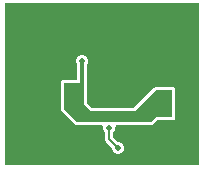
<source format=gbl>
G04*
G04 #@! TF.GenerationSoftware,Altium Limited,Altium Designer,25.5.2 (35)*
G04*
G04 Layer_Physical_Order=4*
G04 Layer_Color=13137664*
%FSLAX24Y24*%
%MOIN*%
G70*
G04*
G04 #@! TF.SameCoordinates,453EF845-7691-4830-909E-7B289A108B7F*
G04*
G04*
G04 #@! TF.FilePolarity,Positive*
G04*
G01*
G75*
%ADD12C,0.0079*%
%ADD27C,0.0118*%
%ADD28C,0.0240*%
%ADD29C,0.0197*%
G36*
X2889Y-2495D02*
X-3578D01*
Y2889D01*
X2889D01*
Y-2495D01*
D02*
G37*
%LPC*%
G36*
X-993Y1174D02*
X-1015D01*
X-1037Y1172D01*
X-1059Y1167D01*
X-1080Y1159D01*
X-1100Y1150D01*
X-1119Y1138D01*
X-1136Y1124D01*
X-1152Y1108D01*
X-1166Y1091D01*
X-1178Y1072D01*
X-1188Y1052D01*
X-1195Y1031D01*
X-1200Y1009D01*
X-1202Y987D01*
Y965D01*
X-1200Y942D01*
X-1195Y921D01*
X-1188Y900D01*
X-1178Y880D01*
X-1166Y861D01*
X-1163Y857D01*
Y337D01*
X-1614D01*
X-1630Y335D01*
X-1645Y332D01*
X-1660Y326D01*
X-1673Y317D01*
X-1685Y307D01*
X-1695Y295D01*
X-1704Y282D01*
X-1710Y267D01*
X-1713Y252D01*
X-1714Y236D01*
Y-630D01*
X-1713Y-646D01*
X-1710Y-661D01*
X-1704Y-675D01*
X-1695Y-689D01*
X-1685Y-701D01*
X-1252Y-1134D01*
X-1240Y-1144D01*
X-1227Y-1152D01*
X-1212Y-1158D01*
X-1197Y-1162D01*
X-1181Y-1163D01*
X-337D01*
X-317Y-1181D01*
X-293Y-1222D01*
X-294Y-1227D01*
X-297Y-1249D01*
Y-1271D01*
X-294Y-1293D01*
X-289Y-1315D01*
X-282Y-1336D01*
X-272Y-1356D01*
X-261Y-1375D01*
X-247Y-1392D01*
X-238Y-1401D01*
Y-1634D01*
X-237Y-1652D01*
X-233Y-1670D01*
X-227Y-1687D01*
X-219Y-1704D01*
X-209Y-1719D01*
X-197Y-1733D01*
X-2Y-1928D01*
Y-1940D01*
X1Y-1962D01*
X6Y-1984D01*
X13Y-2005D01*
X23Y-2025D01*
X35Y-2044D01*
X49Y-2062D01*
X64Y-2077D01*
X82Y-2091D01*
X101Y-2103D01*
X121Y-2113D01*
X142Y-2120D01*
X164Y-2125D01*
X186Y-2128D01*
X208D01*
X230Y-2125D01*
X252Y-2120D01*
X273Y-2113D01*
X293Y-2103D01*
X312Y-2091D01*
X329Y-2077D01*
X345Y-2062D01*
X359Y-2044D01*
X371Y-2025D01*
X380Y-2005D01*
X388Y-1984D01*
X393Y-1962D01*
X395Y-1940D01*
Y-1918D01*
X393Y-1896D01*
X388Y-1874D01*
X380Y-1853D01*
X371Y-1833D01*
X359Y-1814D01*
X345Y-1797D01*
X329Y-1781D01*
X312Y-1767D01*
X293Y-1755D01*
X273Y-1746D01*
X252Y-1738D01*
X230Y-1733D01*
X208Y-1731D01*
X196D01*
X41Y-1576D01*
Y-1401D01*
X50Y-1392D01*
X64Y-1375D01*
X76Y-1356D01*
X85Y-1336D01*
X93Y-1315D01*
X98Y-1293D01*
X100Y-1271D01*
Y-1249D01*
X98Y-1227D01*
X97Y-1222D01*
X120Y-1181D01*
X140Y-1163D01*
X1299D01*
X1315Y-1162D01*
X1330Y-1158D01*
X1345Y-1152D01*
X1358Y-1144D01*
X1370Y-1134D01*
X1498Y-1006D01*
X2008D01*
X2024Y-1005D01*
X2039Y-1001D01*
X2053Y-995D01*
X2067Y-987D01*
X2079Y-976D01*
X2089Y-964D01*
X2097Y-951D01*
X2103Y-937D01*
X2107Y-921D01*
X2108Y-906D01*
Y0D01*
X2107Y16D01*
X2103Y31D01*
X2097Y46D01*
X2089Y59D01*
X2079Y71D01*
X2067Y81D01*
X2053Y89D01*
X2039Y95D01*
X2024Y99D01*
X2008Y100D01*
X1457D01*
X1441Y99D01*
X1426Y95D01*
X1411Y89D01*
X1398Y81D01*
X1386Y71D01*
X706Y-608D01*
X-677D01*
X-845Y-441D01*
Y226D01*
X-845Y226D01*
Y857D01*
X-842Y861D01*
X-830Y880D01*
X-820Y900D01*
X-813Y921D01*
X-808Y942D01*
X-806Y965D01*
Y987D01*
X-808Y1009D01*
X-813Y1031D01*
X-820Y1052D01*
X-830Y1072D01*
X-842Y1091D01*
X-856Y1108D01*
X-872Y1124D01*
X-889Y1138D01*
X-908Y1150D01*
X-928Y1159D01*
X-949Y1167D01*
X-971Y1172D01*
X-993Y1174D01*
D02*
G37*
%LPD*%
G36*
X-945Y-482D02*
X-719Y-709D01*
X748D01*
X1457Y0D01*
X2008D01*
Y-906D01*
X1457D01*
X1299Y-1063D01*
X-1181D01*
X-1614Y-630D01*
Y236D01*
X-945D01*
Y-482D01*
D02*
G37*
D12*
X-98Y-1634D02*
X197Y-1929D01*
X-98Y-1634D02*
Y-1260D01*
D27*
X-1004Y226D02*
Y976D01*
X-1132Y98D02*
X-1004Y226D01*
X-1457Y98D02*
X-1132D01*
D28*
X0Y0D02*
D03*
Y472D02*
D03*
X-472D02*
D03*
Y0D02*
D03*
Y-472D02*
D03*
X0D02*
D03*
X472D02*
D03*
Y0D02*
D03*
Y472D02*
D03*
D29*
X-2441Y177D02*
D03*
Y1024D02*
D03*
X1549Y1870D02*
D03*
X-394Y1870D02*
D03*
X630D02*
D03*
X-2441Y1870D02*
D03*
X-1417D02*
D03*
X-394Y2717D02*
D03*
X630D02*
D03*
X-1004Y976D02*
D03*
X-335Y-1949D02*
D03*
X689Y-1354D02*
D03*
X-98Y-1260D02*
D03*
X197Y-1929D02*
D03*
X1850Y-512D02*
D03*
Y-787D02*
D03*
X1614Y-197D02*
D03*
X2756Y-1142D02*
D03*
Y-246D02*
D03*
Y246D02*
D03*
Y1142D02*
D03*
X1036Y-1354D02*
D03*
X98Y1378D02*
D03*
X-295D02*
D03*
X-1831Y-295D02*
D03*
X-1457Y492D02*
D03*
Y98D02*
D03*
X-1673Y-2362D02*
D03*
X-2559D02*
D03*
X-3465D02*
D03*
Y-1516D02*
D03*
Y2717D02*
D03*
X-1417Y2717D02*
D03*
X-2441D02*
D03*
X1732D02*
D03*
X-3465Y1870D02*
D03*
Y1024D02*
D03*
X2755Y2170D02*
D03*
X2756Y2717D02*
D03*
X-2559Y-1516D02*
D03*
X-1673D02*
D03*
X-3465Y-669D02*
D03*
Y177D02*
D03*
M02*

</source>
